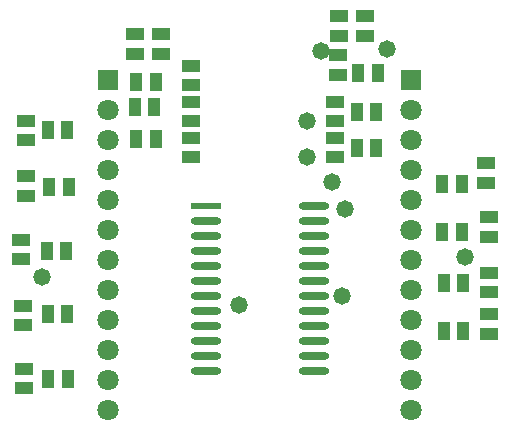
<source format=gts>
G04*
G04 #@! TF.GenerationSoftware,Altium Limited,Altium Designer,22.2.1 (43)*
G04*
G04 Layer_Color=8388736*
%FSLAX25Y25*%
%MOIN*%
G70*
G04*
G04 #@! TF.SameCoordinates,2AA56CA8-B71A-46B7-BD27-B25D333C2BD2*
G04*
G04*
G04 #@! TF.FilePolarity,Negative*
G04*
G01*
G75*
G04:AMPARAMS|DCode=17|XSize=102.47mil|YSize=24.49mil|CornerRadius=12.25mil|HoleSize=0mil|Usage=FLASHONLY|Rotation=0.000|XOffset=0mil|YOffset=0mil|HoleType=Round|Shape=RoundedRectangle|*
%AMROUNDEDRECTD17*
21,1,0.10247,0.00000,0,0,0.0*
21,1,0.07798,0.02449,0,0,0.0*
1,1,0.02449,0.03899,0.00000*
1,1,0.02449,-0.03899,0.00000*
1,1,0.02449,-0.03899,0.00000*
1,1,0.02449,0.03899,0.00000*
%
%ADD17ROUNDEDRECTD17*%
%ADD18R,0.10247X0.02449*%
%ADD19R,0.04147X0.06115*%
%ADD20R,0.06115X0.04147*%
%ADD21C,0.07099*%
%ADD22R,0.07099X0.07099*%
%ADD23C,0.05800*%
D17*
X110474Y76600D02*
D03*
Y71600D02*
D03*
Y66600D02*
D03*
Y61600D02*
D03*
Y56600D02*
D03*
Y51600D02*
D03*
Y46600D02*
D03*
Y41600D02*
D03*
Y36600D02*
D03*
Y31600D02*
D03*
Y26600D02*
D03*
Y21600D02*
D03*
X74526D02*
D03*
Y26600D02*
D03*
Y31600D02*
D03*
Y36600D02*
D03*
Y41600D02*
D03*
Y46600D02*
D03*
Y51600D02*
D03*
Y56600D02*
D03*
Y61600D02*
D03*
Y66600D02*
D03*
Y71600D02*
D03*
D18*
Y76600D02*
D03*
D19*
X28248Y40600D02*
D03*
X21752D02*
D03*
X28496Y19100D02*
D03*
X22000D02*
D03*
X131248Y96100D02*
D03*
X124752D02*
D03*
X131248Y108100D02*
D03*
X124752D02*
D03*
X131748Y121100D02*
D03*
X125252D02*
D03*
X22252Y83100D02*
D03*
X28748D02*
D03*
X21752Y102100D02*
D03*
X28248D02*
D03*
X57748Y99100D02*
D03*
X51252D02*
D03*
X57748Y118100D02*
D03*
X51252D02*
D03*
X57248Y109600D02*
D03*
X50752D02*
D03*
X21500Y61600D02*
D03*
X27996D02*
D03*
X153752Y35100D02*
D03*
X160248D02*
D03*
X153752Y51100D02*
D03*
X160248D02*
D03*
X153252Y68100D02*
D03*
X159748D02*
D03*
X153252Y84100D02*
D03*
X159748D02*
D03*
D20*
X127500Y133352D02*
D03*
Y139848D02*
D03*
X119000D02*
D03*
Y133352D02*
D03*
X59500Y133848D02*
D03*
Y127352D02*
D03*
X51000D02*
D03*
Y133848D02*
D03*
X169000Y34100D02*
D03*
Y40596D02*
D03*
Y47852D02*
D03*
Y54348D02*
D03*
Y66352D02*
D03*
Y72848D02*
D03*
X117500Y99348D02*
D03*
Y92852D02*
D03*
Y111348D02*
D03*
Y104852D02*
D03*
X118500Y120352D02*
D03*
Y126848D02*
D03*
X14000Y22348D02*
D03*
Y15852D02*
D03*
X13500Y43348D02*
D03*
Y36852D02*
D03*
X13000Y65348D02*
D03*
Y58852D02*
D03*
X14500Y86600D02*
D03*
Y80104D02*
D03*
Y98600D02*
D03*
Y105096D02*
D03*
X69500Y99348D02*
D03*
Y92852D02*
D03*
Y116852D02*
D03*
Y123348D02*
D03*
Y111348D02*
D03*
Y104852D02*
D03*
X168000Y84352D02*
D03*
Y90848D02*
D03*
D21*
X142745Y8620D02*
D03*
Y18620D02*
D03*
Y28620D02*
D03*
Y48620D02*
D03*
Y58620D02*
D03*
Y78620D02*
D03*
Y98620D02*
D03*
Y108620D02*
D03*
Y88620D02*
D03*
Y68620D02*
D03*
Y38620D02*
D03*
X41945D02*
D03*
Y68620D02*
D03*
Y88620D02*
D03*
Y108620D02*
D03*
Y98620D02*
D03*
Y78620D02*
D03*
Y58620D02*
D03*
Y48620D02*
D03*
Y28620D02*
D03*
Y18620D02*
D03*
Y8620D02*
D03*
D22*
X142745Y118620D02*
D03*
X41945D02*
D03*
D23*
X135000Y129100D02*
D03*
X121000Y75600D02*
D03*
X85500Y43600D02*
D03*
X19900Y53100D02*
D03*
X119900Y46600D02*
D03*
X161000Y59600D02*
D03*
X113000Y128200D02*
D03*
X108100Y104852D02*
D03*
Y92852D02*
D03*
X116400Y84700D02*
D03*
M02*

</source>
